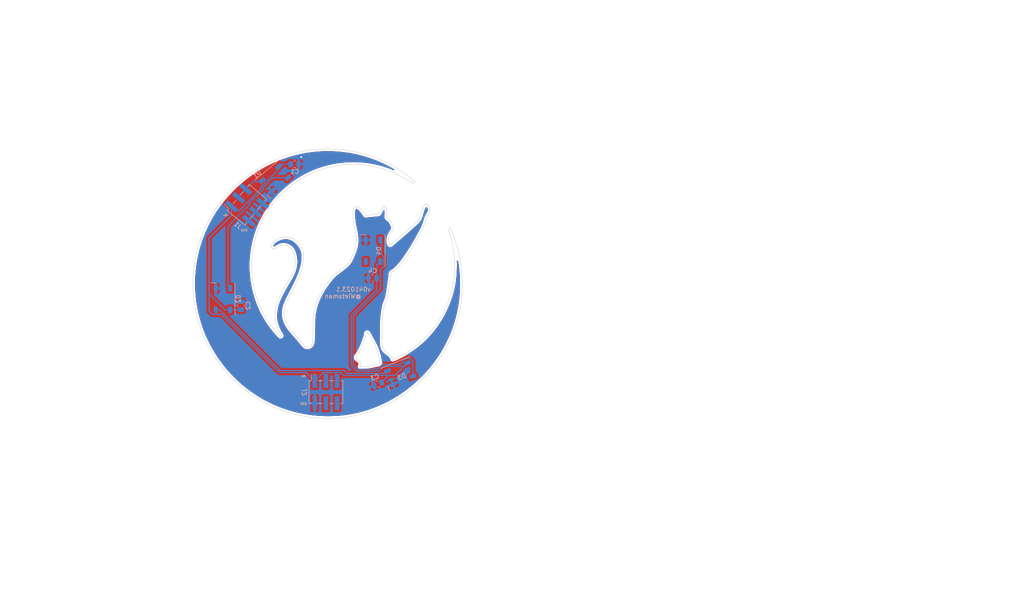
<source format=kicad_pcb>
(kicad_pcb (version 20211014) (generator pcbnew)
  (layers (0 "F.Cu" signal) (31 "B.Cu" signal) (34 "B.Paste" user) (35 "F.Paste" user) (36 "B.SilkS" user "B.Silkscreen") (37 "F.SilkS" user "F.Silkscreen") (38 "B.Mask" user) (39 "F.Mask" user) (44 "Edge.Cuts" user))
  (net 0 "")
  (net 1 "GND")
  (net 2 "Net-(D2-Pad2)")
  (net 3 "Net-(D1-Pad2)")
  (net 4 "Net-(D3-Pad2)")
  (net 6 "D out{slash}in")
  (net 10 "+4V")
  (footprint "Zerocopter:cat_maan_gasten" (layer "F.Cu") (at 150.6 100.2))
  (footprint "Connector_PinHeader_2.54mm:PinHeader_2x03_P2.54mm_Vertical_SMD" (layer "B.Cu") (at 150.225 124.89 -90))
  (footprint "Resistor_SMD:R_0805_2012Metric" (layer "B.Cu") (at 143.1125 73))
  (footprint "Resistor_SMD:R_0805_2012Metric" (layer "B.Cu") (at 160.875 98.925 180))
  (footprint "LED_SMD:LED_WS2812B_PLCC4_5.0x5.0mm_P3.2mm" (layer "B.Cu") (at 138.637592 76.385856 -140))
  (footprint "LED_SMD:LED_WS2812B_PLCC4_5.0x5.0mm_P3.2mm" (layer "B.Cu") (at 160.95 92.7 90))
  (footprint "LED_SMD:LED_WS2812B_PLCC4_5.0x5.0mm_P3.2mm" (layer "B.Cu") (at 167.13 120.68 -158))
  (footprint "Connector_PinHeader_2.54mm:PinHeader_2x03_P2.54mm_Vertical_SMD" (layer "B.Cu") (at 132.254281 82.252756 -40))
  (footprint "Resistor_SMD:R_0805_2012Metric" (layer "B.Cu") (at 162.02 123.07 -158))
  (footprint "Resistor_SMD:R_0805_2012Metric" (layer "B.Cu") (at 130.88 105.23 90))
  (footprint "LED_SMD:LED_WS2812B_PLCC4_5.0x5.0mm_P3.2mm" (layer "B.Cu") (at 126.77 103.69 90))
  (gr_text "~5v" (at 127.46 84.6) (layer "B.SilkS") (effects (font (size 0.5 0.5) (thickness 0.1)) (justify mirror)))
  (gr_text "~5v" (at 145.21 121.24) (layer "B.SilkS") (effects (font (size 0.5 0.5) (thickness 0.1)) (justify mirror)))
  (gr_text "GND" (at 131.6 88.02) (layer "B.SilkS") (effects (font (size 0.5 0.5) (thickness 0.1)) (justify mirror)))
  (gr_text "@Wietsman" (at 154.09 103.06) (layer "B.SilkS") (effects (font (size 1 1)) (justify mirror)))
  (gr_text "GND" (at 145.17 127.54) (layer "B.SilkS") (effects (font (size 0.5 0.5) (thickness 0.1)) (justify mirror)))
  (gr_text "v041023.1" (at 156.47 101.48) (layer "B.SilkS") (effects (font (size 1 1)) (justify mirror)))
  (via (at 144.61 71.36) (size 0.8) (drill 0.4) (layers "F.Cu" "B.Cu") (net 1))
  (segment (start 159.675 90.625) (end 159.3 90.25) (width 0.25) (layer "B.Cu") (net 1))
  (segment (start 132.555863 85.508475) (end 137.821383 80.242955) (width 0.25) (layer "B.Cu") (net 1))
  (segment (start 137.821383 80.242955) (end 137.821383 79.224659) (width 0.25) (layer "B.Cu") (net 1))
  (segment (start 159.775 90.625) (end 159.675 90.625) (width 0.25) (layer "B.Cu") (net 1))
  (segment (start 132.555863 85.821548) (end 132.555863 85.508475) (width 0.25) (layer "B.Cu") (net 1))
  (segment (start 139.82 120) (end 154.4 120) (width 0.25) (layer "B.Cu") (net 2))
  (segment (start 125.12 106.14) (end 125.96 106.14) (width 0.25) (layer "B.Cu") (net 2))
  (segment (start 163.667111 120.641121) (end 164.240299 120.067933) (width 0.25) (layer "B.Cu") (net 2))
  (segment (start 154.4 120) (end 155.041121 120.641121) (width 0.25) (layer "B.Cu") (net 2))
  (segment (start 155.041121 120.641121) (end 163.667111 120.641121) (width 0.25) (layer "B.Cu") (net 2))
  (segment (start 125.96 106.14) (end 139.82 120) (width 0.25) (layer "B.Cu") (net 2))
  (segment (start 138.144329 76.075) (end 135.920806 78.298523) (width 0.25) (layer "B.Cu") (net 3))
  (segment (start 127.9375 100.7575) (end 128.42 101.24) (width 0.25) (layer "B.Cu") (net 3))
  (segment (start 132.796574 81.863426) (end 132.796574 82.253426) (width 0.25) (layer "B.Cu") (net 3))
  (segment (start 132.796574 82.253426) (end 127.9375 87.1125) (width 0.25) (layer "B.Cu") (net 3))
  (segment (start 127.9375 87.1125) (end 127.9375 100.7575) (width 0.25) (layer "B.Cu") (net 3))
  (segment (start 141.575 76.075) (end 138.144329 76.075) (width 0.25) (layer "B.Cu") (net 3))
  (segment (start 135.920806 78.739194) (end 132.796574 81.863426) (width 0.25) (layer "B.Cu") (net 3))
  (segment (start 135.920806 78.298523) (end 135.920806 78.739194) (width 0.25) (layer "B.Cu") (net 3))
  (segment (start 162.85 93.55) (end 162.85 90.5) (width 0.25) (layer "B.Cu") (net 4))
  (segment (start 161.953604 119.67) (end 157.49 119.67) (width 0.25) (layer "B.Cu") (net 4))
  (segment (start 167.594539 117.961462) (end 167.594539 118.195461) (width 0.25) (layer "B.Cu") (net 4))
  (segment (start 162.63 101.4) (end 162.63 96.97) (width 0.25) (layer "B.Cu") (net 4))
  (segment (start 162.63 96.97) (end 163.375 96.225) (width 0.25) (layer "B.Cu") (net 4))
  (segment (start 156.475 118.655) (end 156.475 107.555) (width 0.25) (layer "B.Cu") (net 4))
  (segment (start 156.475 107.555) (end 162.63 101.4) (width 0.25) (layer "B.Cu") (net 4))
  (segment (start 170.019701 117.783938) (end 169.444935 117.209172) (width 0.25) (layer "B.Cu") (net 4))
  (segment (start 168.346829 117.209172) (end 167.594539 117.961462) (width 0.25) (layer "B.Cu") (net 4))
  (segment (start 163.053604 118.57) (end 161.953604 119.67) (width 0.25) (layer "B.Cu") (net 4))
  (segment (start 169.444935 117.209172) (end 168.346829 117.209172) (width 0.25) (layer "B.Cu") (net 4))
  (segment (start 167.22 118.57) (end 163.053604 118.57) (width 0.25) (layer "B.Cu") (net 4))
  (segment (start 157.49 119.67) (end 156.475 118.655) (width 0.25) (layer "B.Cu") (net 4))
  (segment (start 167.594539 118.195461) (end 167.22 118.57) (width 0.25) (layer "B.Cu") (net 4))
  (segment (start 162.85 90.5) (end 162.6 90.25) (width 0.25) (layer "B.Cu") (net 4))
  (segment (start 163.375 96.225) (end 163.375 94.075) (width 0.25) (layer "B.Cu") (net 4))
  (segment (start 163.375 94.075) (end 162.85 93.55) (width 0.25) (layer "B.Cu") (net 4))
  (segment (start 170.019701 121.292067) (end 170.019701 117.783938) (width 0.25) (layer "B.Cu") (net 4))
  (segment (start 133.736663 76.9) (end 130.320019 80.316644) (width 0.25) (layer "B.Cu") (net 6))
  (segment (start 135.700184 76.696712) (end 135.496896 76.9) (width 0.25) (layer "B.Cu") (net 6))
  (segment (start 130.320019 80.316644) (end 130.320019 80.629717) (width 0.25) (layer "B.Cu") (net 6))
  (segment (start 135.496896 76.9) (end 133.736663 76.9) (width 0.25) (layer "B.Cu") (net 6))
  (segment (start 156.025 107.325) (end 156.025 118.885) (width 0.25) (layer "B.Cu") (net 10))
  (segment (start 161.7875 98.925) (end 161.7875 101.5625) (width 0.25) (layer "B.Cu") (net 10))
  (segment (start 128.42 106.14) (end 130.8775 106.14) (width 0.25) (layer "B.Cu") (net 10))
  (segment (start 147.685 122.365) (end 149.585 120.465) (width 0.25) (layer "B.Cu") (net 10))
  (segment (start 128.42 106.14) (end 127.26 106.14) (width 0.25) (layer "B.Cu") (net 10))
  (segment (start 140.000854 73) (end 142.2 73) (width 0.25) (layer "B.Cu") (net 10))
  (segment (start 139.453801 74.129132) (end 139.453801 73.547053) (width 0.25) (layer "B.Cu") (net 10))
  (segment (start 156.025 118.885) (end 157.26 120.12) (width 0.25) (layer "B.Cu") (net 10))
  (segment (start 123.63 89.7575) (end 123.63 102.51) (width 0.25) (layer "B.Cu") (net 10))
  (segment (start 161.7875 95.9625) (end 162.6 95.15) (width 0.25) (layer "B.Cu") (net 10))
  (segment (start 161.7875 101.5625) (end 156.025 107.325) (width 0.25) (layer "B.Cu") (net 10))
  (segment (start 157.26 120.12) (end 162.14 120.12) (width 0.25) (layer "B.Cu") (net 10))
  (segment (start 127.26 106.14) (end 123.63 102.51) (width 0.25) (layer "B.Cu") (net 10))
  (segment (start 145.77 120.45) (end 147.685 122.365) (width 0.25) (layer "B.Cu") (net 10))
  (segment (start 128.687338 82.57547) (end 128.687338 84.700162) (width 0.25) (layer "B.Cu") (net 10))
  (segment (start 167.99586 119.02) (end 168.7835 118.23236) (width 0.25) (layer "B.Cu") (net 10))
  (segment (start 139.633604 120.45) (end 145.77 120.45) (width 0.25) (layer "B.Cu") (net 10))
  (segment (start 153.59 120.465) (end 154.216121 121.091121) (width 0.25) (layer "B.Cu") (net 10))
  (segment (start 139.453801 73.547053) (end 140.000854 73) (width 0.25) (layer "B.Cu") (net 10))
  (segment (start 164.503105 121.091121) (end 165.924739 121.091121) (width 0.25) (layer "B.Cu") (net 10))
  (segment (start 135.470806 78.112127) (end 139.453801 74.129132) (width 0.25) (layer "B.Cu") (net 10))
  (segment (start 130.423604 83.6) (end 135.470806 78.552798) (width 0.25) (layer "B.Cu") (net 10))
  (segment (start 154.216121 121.091121) (end 165.924739 121.091121) (width 0.25) (layer "B.Cu") (net 10))
  (segment (start 162.866055 122.728171) (end 164.503105 121.091121) (width 0.25) (layer "B.Cu") (net 10))
  (segment (start 163.24 119.02) (end 167.99586 119.02) (width 0.25) (layer "B.Cu") (net 10))
  (segment (start 128.687338 82.57547) (end 129.711868 83.6) (width 0.25) (layer "B.Cu") (net 10))
  (segment (start 123.63 106.5) (end 124.345 107.215) (width 0.25) (layer "B.Cu") (net 10))
  (segment (start 130.8775 106.14) (end 130.88 106.1425) (width 0.25) (layer "B.Cu") (net 10))
  (segment (start 149.585 120.465) (end 153.59 120.465) (width 0.25) (layer "B.Cu") (net 10))
  (segment (start 135.470806 78.552798) (end 135.470806 78.112127) (width 0.25) (layer "B.Cu") (net 10))
  (segment (start 128.687338 84.700162) (end 123.63 89.7575) (width 0.25) (layer "B.Cu") (net 10))
  (segment (start 126.398604 107.215) (end 139.633604 120.45) (width 0.25) (layer "B.Cu") (net 10))
  (segment (start 129.711868 83.6) (end 130.423604 83.6) (width 0.25) (layer "B.Cu") (net 10))
  (segment (start 165.924739 121.091121) (end 168.7835 118.23236) (width 0.25) (layer "B.Cu") (net 10))
  (segment (start 162.14 120.12) (end 163.24 119.02) (width 0.25) (layer "B.Cu") (net 10))
  (segment (start 123.63 102.51) (end 123.63 106.5) (width 0.25) (layer "B.Cu") (net 10))
  (segment (start 161.7875 98.925) (end 161.7875 95.9625) (width 0.25) (layer "B.Cu") (net 10))
  (segment (start 124.345 107.215) (end 126.398604 107.215) (width 0.25) (layer "B.Cu") (net 10))
  (zone (net 1) (net_name "GND") (layers F&B.Cu) (connect_pads (clearance 0.508)) (min_thickness 0.254) (fill yes (thermal_gap 0.508) (thermal_bridge_width 0.508))
    (polygon (pts (xy 185.46 65.59) (xy 187.24 137.76) (xy 114.03 134.35) (xy 116.85 64.85)))
  )
  (zone (net 1) (net_name "GND") (layers F&B.Cu) (connect_pads (clearance 0.508)) (min_thickness 0.254) (fill yes (thermal_gap 0.508) (thermal_bridge_width 0.508))
    (polygon (pts (xy 309.2 36.2) (xy 309.2 171.6) (xy 78.6 169.2) (xy 76 35.6)))
  )
)
</source>
